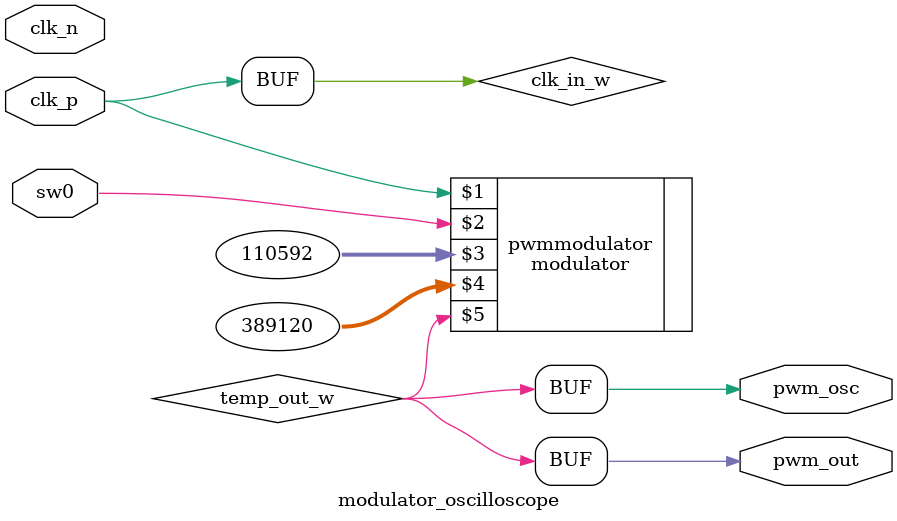
<source format=v>

`define ZEDBOARD;

`timescale 1ns / 1ps

module modulator_oscilloscope
#( parameter this_module_is_top_p = 1'd1, // indication is this module a top module or not,
                                          // 1'd1 -> module is top, 1'd0 -> module is not top
             depth_p = 8'd8,              // the number of samples in one period of the signal
             width_p  = 8'd12,            // the number of bits used to present amplitude value
             cntampl_value_p = 8'hff      // threshold value for counter,
                                          // it's value should be equal to (2^depth)-1
  )
 
(input clk_p,            // differential input clock signal
 input clk_n,            // differential input clock signal
 input sw0,              // signal made for selecting frequency
 output wire pwm_out,    // pulse width modulated signal
 output wire pwm_osc     // pulse width modulated signal for the oscilloscope
// output reg clk_en       // clock enable port used only for MicroZed board
 );

// place the information about the new boards here:
`ifdef LX9        // Spartan-6
localparam real fclk_p = 100000000.0;
`define no_diff_clk
`endif
 
`ifdef ZEDBOARD   // Zynq-7000
localparam real fclk_p = 100000000.0;
`define no_diff_clk
`endif
 
`ifdef ML605      // Virtex-6
localparam real fclk_p = 200000000.0;
`define diff_clk
`endif
 
`ifdef KC705      // Kintex-7
localparam real fclk_p = 200000000.0;
`define diff_clk
`endif

`ifdef MICROZED   // MicroZed
localparam real fclk_p = 33333333.3;
`define no_diff_clk
`endif

`ifdef SOCIUS     // Socius
localparam real fclk_p = 50000000.0;
`define no_diff_clk
`endif


localparam real f_low_p = 1.0;   // first frequency for the PWM signal, specified in Hz
localparam real f_high_p = 3.5;  // second frequency for the PWM signal, specified in Hz									    			             

// c1_p = 95.3674, fclk_p = 100 MHz
localparam real c1_p = (fclk_p /((2**depth_p)*(2**width_p)));

// div_factor_freqhigh_p = 110592
localparam integer c2_p = (c1_p/f_high_p);
localparam integer div_factor_freqhigh_p = (c2_p *(2**width_p));

// div_factor_freqlow_p = 389120
localparam integer c3_p = (c1_p/f_low_p);
localparam integer div_factor_freqlow_p = (c3_p*(2**width_p));

wire clk_in_w;      // input clock signal
wire temp_out_w;    // temporary signal

// in case of MicroZed board we must enable on-board clock generator
// clk_en = 1'b1;

generate
    // if module is top, it has to generate the differential clock buffer in case
    // of a differential clock, otherwise it will get a single ended clock signal
    // from the higher hierarchy
    if (this_module_is_top_p == 1'd1) begin
        `ifdef diff_clk

            IBUFGDS #(
                .DIFF_TERM("FALSE"),   // Differential Termination
                .IBUF_LOW_PWR("TRUE"), // Low power="TRUE", Highest performance="FALSE" 
                .IOSTANDARD("DEFAULT") // Specifies the I/O standard for this buffer
            ) 
            IBUFGDS_inst (
                .O (clk_in_w), // Clock buffer output
                .I (clk_p),    // Diff_p clock buffer input
                .IB(clk_n)     // Diff_n clock buffer input
            );

        `elsif no_diff_clk

            assign clk_in_w=clk_p;
 
        `endif
    end
    else begin
        assign clk_in_w=clk_p;
    end
endgenerate


// Modulator module instance
modulator pwmmodulator (clk_in_w, sw0, div_factor_freqhigh_p, div_factor_freqlow_p, temp_out_w);

assign pwm_out = temp_out_w;
assign pwm_osc = temp_out_w;


endmodule

</source>
